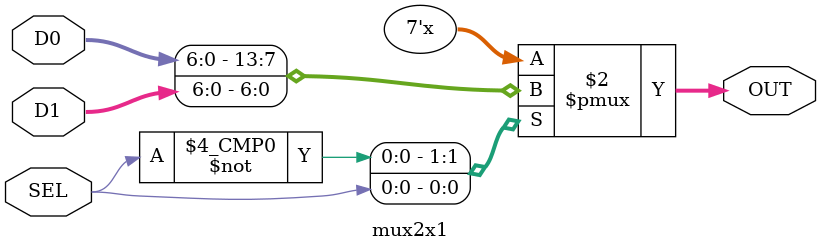
<source format=v>
/*------------------------------------------------------------------------
 * Arquivo   : mux2x1.v
 * Projeto   : Jogo do Desafio da Memoria
 *------------------------------------------------------------------------
 * Descricao : multiplexador 3x1
 * 
 * adaptado a partir do codigo my_4t1_mux.vhd do livro "Free Range VHDL"
 * 
 * exemplo de uso: ver testbench mux3x1_tb.v
 *------------------------------------------------------------------------
 * Revisoes  :
 *     Data        Versao  Autor             Descricao
 *     15/02/2024  1.0     Edson Midorikawa  criacao
 *     31/01/2025  1.1     Edson Midorikawa  revisao
 *------------------------------------------------------------------------
 */

module mux2x1 #(
    parameter N = 7
) (
    input [N-1:0] D0,
    input [N-1:0] D1,
    input SEL,
    output reg [N-1:0] OUT
);

always @(*) begin
    case (SEL)
        1'b0:    OUT = D0;
        1'b1:    OUT = D1;
        default: OUT = {N{1'b0}};
    endcase
end

endmodule

</source>
